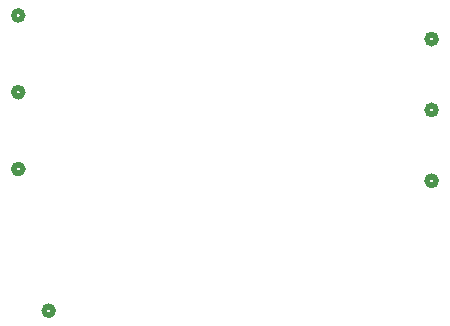
<source format=gbo>
%TF.GenerationSoftware,KiCad,Pcbnew,9.0.0*%
%TF.CreationDate,2025-11-02T14:52:09-05:00*%
%TF.ProjectId,OlfactoryDisplay_main_v2,4f6c6661-6374-46f7-9279-446973706c61,rev?*%
%TF.SameCoordinates,Original*%
%TF.FileFunction,Legend,Bot*%
%TF.FilePolarity,Positive*%
%FSLAX46Y46*%
G04 Gerber Fmt 4.6, Leading zero omitted, Abs format (unit mm)*
G04 Created by KiCad (PCBNEW 9.0.0) date 2025-11-02 14:52:09*
%MOMM*%
%LPD*%
G01*
G04 APERTURE LIST*
%ADD10C,0.508000*%
%ADD11C,1.270000*%
%ADD12C,3.500000*%
%ADD13C,1.524000*%
%ADD14R,1.180000X1.180000*%
%ADD15C,1.180000*%
G04 APERTURE END LIST*
D10*
%TO.C,J3*%
X127089400Y-92818500D02*
G75*
G02*
X126327400Y-92818500I-381000J0D01*
G01*
X126327400Y-92818500D02*
G75*
G02*
X127089400Y-92818500I381000J0D01*
G01*
%TO.C,J2*%
X92089401Y-91318500D02*
G75*
G02*
X91327401Y-91318500I-381000J0D01*
G01*
X91327401Y-91318500D02*
G75*
G02*
X92089401Y-91318500I381000J0D01*
G01*
%TO.C,J9*%
X92089401Y-97818500D02*
G75*
G02*
X91327401Y-97818500I-381000J0D01*
G01*
X91327401Y-97818500D02*
G75*
G02*
X92089401Y-97818500I381000J0D01*
G01*
%TO.C,J4*%
X127089400Y-86818500D02*
G75*
G02*
X126327400Y-86818500I-381000J0D01*
G01*
X126327400Y-86818500D02*
G75*
G02*
X127089400Y-86818500I381000J0D01*
G01*
%TO.C,J1*%
X92089401Y-84818500D02*
G75*
G02*
X91327401Y-84818500I-381000J0D01*
G01*
X91327401Y-84818500D02*
G75*
G02*
X92089401Y-84818500I381000J0D01*
G01*
%TO.C,J7*%
X94672599Y-109818500D02*
G75*
G02*
X93910599Y-109818500I-381000J0D01*
G01*
X93910599Y-109818500D02*
G75*
G02*
X94672599Y-109818500I381000J0D01*
G01*
%TO.C,J5*%
X127089400Y-98818500D02*
G75*
G02*
X126327400Y-98818500I-381000J0D01*
G01*
X126327400Y-98818500D02*
G75*
G02*
X127089400Y-98818500I381000J0D01*
G01*
%TD*%
%LPC*%
D11*
%TO.C,J3*%
X124000000Y-92818500D03*
X121999999Y-92818500D03*
%TD*%
%TO.C,J2*%
X89000001Y-91318500D03*
X87000000Y-91318500D03*
%TD*%
D12*
%TO.C,REF\u002A\u002A*%
X79500000Y-83818500D03*
%TD*%
D13*
%TO.C,U7*%
X98380000Y-85698500D03*
X98380000Y-88238500D03*
X98380000Y-90778500D03*
X98380000Y-93318500D03*
X98380000Y-95858500D03*
X98380000Y-98398500D03*
X98380000Y-100938500D03*
X113620000Y-100938500D03*
X113620000Y-98398500D03*
X113620000Y-95858500D03*
X113620000Y-93318500D03*
X113620000Y-90778500D03*
X113620000Y-88238500D03*
X113620000Y-85698500D03*
%TD*%
D11*
%TO.C,J9*%
X89000001Y-97818500D03*
X87000000Y-97818500D03*
%TD*%
D12*
%TO.C,REF\u002A\u002A*%
X132500000Y-83818500D03*
%TD*%
D11*
%TO.C,J4*%
X124000000Y-86818500D03*
X121999999Y-86818500D03*
%TD*%
D12*
%TO.C,REF\u002A\u002A*%
X79500000Y-109318500D03*
%TD*%
D11*
%TO.C,J1*%
X89000001Y-84818500D03*
X87000000Y-84818500D03*
%TD*%
%TO.C,J7*%
X96999999Y-109818500D03*
X99000000Y-109818500D03*
%TD*%
%TO.C,J5*%
X124000000Y-98818500D03*
X121999999Y-98818500D03*
%TD*%
D14*
%TO.C,PS1*%
X119750000Y-111318500D03*
D15*
X117210000Y-111318500D03*
X112130000Y-111318500D03*
X107050000Y-111318500D03*
%TD*%
D12*
%TO.C,REF\u002A\u002A*%
X132500000Y-109318500D03*
%TD*%
%LPD*%
M02*

</source>
